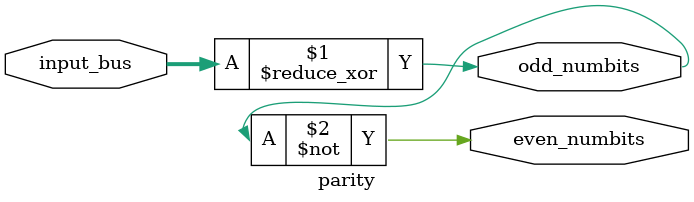
<source format=v>

module parity(even_numbits, odd_numbits, input_bus);
output even_numbits, odd_numbits;
input [7:0] input_bus;

assign odd_numbits = ^ input_bus;
assign even_numbits = ~odd_numbits;

endmodule

</source>
